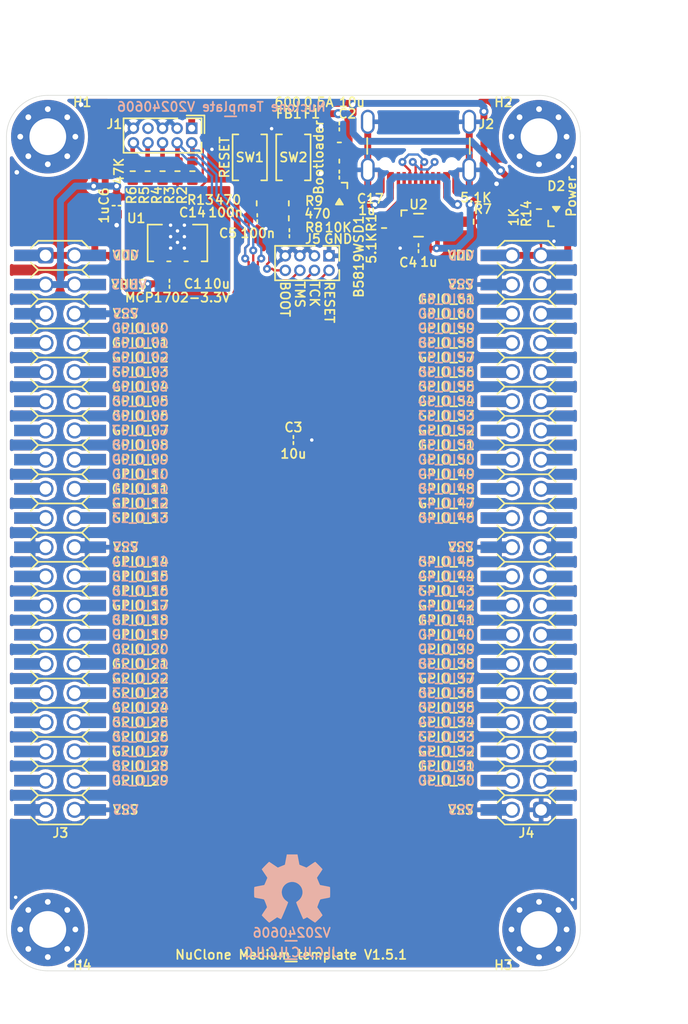
<source format=kicad_pcb>
(kicad_pcb (version 20240108) (generator "pcbnew") (generator_version "8.0")
  (layers (0 "F.Cu" mixed) (31 "B.Cu" mixed) (34 "B.Paste" user) (35 "F.Paste" user) (36 "B.SilkS" user "B.Silkscreen") (37 "F.SilkS" user "F.Silkscreen") (38 "B.Mask" user) (39 "F.Mask" user) (44 "Edge.Cuts" user))
  (net 0 "")
  (net 1 "/VBUS")
  (net 2 "Net-(F1-Pad2)")
  (net 3 "/VDD")
  (net 4 "/VSS")
  (net 5 "Net-(D2-A)")
  (net 6 "/GPIO_28")
  (net 7 "/GPIO_29")
  (net 8 "/GPIO_32")
  (net 9 "/GPIO_31")
  (net 10 "/GPIO_30")
  (net 11 "/GPIO_35")
  (net 12 "/GPIO_34")
  (net 13 "/GPIO_33")
  (net 14 "/TMS")
  (net 15 "/TCK")
  (net 16 "/TDO")
  (net 17 "/TDI")
  (net 18 "/RESET")
  (net 19 "Net-(R13-Pad2)")
  (net 21 "/BOOT")
  (net 22 "Net-(J2-CC1)")
  (net 24 "Net-(J2-CC2)")
  (net 26 "Net-(D1-K)")
  (net 27 "/GPIO_20")
  (net 28 "/GPIO_23")
  (net 29 "/GPIO_27")
  (net 30 "/GPIO_16")
  (net 31 "/GPIO_21")
  (net 32 "/GPIO_19")
  (net 33 "/GPIO_17")
  (net 34 "/GPIO_18")
  (net 35 "/GPIO_15")
  (net 36 "/GPIO_14")
  (net 37 "/GPIO_22")
  (net 38 "/GPIO_24")
  (net 39 "/GPIO_25")
  (net 40 "/GPIO_26")
  (net 41 "/GPIO_13")
  (net 42 "/GPIO_12")
  (net 43 "/GPIO_11")
  (net 44 "/GPIO_10")
  (net 45 "/GPIO_09")
  (net 46 "/GPIO_08")
  (net 47 "/GPIO_07")
  (net 48 "/GPIO_06")
  (net 49 "/GPIO_05")
  (net 50 "/GPIO_04")
  (net 51 "/GPIO_03")
  (net 52 "/GPIO_02")
  (net 53 "/GPIO_01")
  (net 54 "/GPIO_00")
  (net 55 "/GPIO_41")
  (net 56 "/GPIO_40")
  (net 57 "/GPIO_39")
  (net 58 "/GPIO_38")
  (net 59 "/GPIO_37")
  (net 60 "/GPIO_36")
  (net 61 "/GPIO_45")
  (net 62 "/GPIO_44")
  (net 63 "/GPIO_43")
  (net 64 "/GPIO_42")
  (net 65 "/GPIO_61")
  (net 66 "/GPIO_60")
  (net 67 "/GPIO_59")
  (net 68 "/GPIO_58")
  (net 69 "/GPIO_57")
  (net 70 "/GPIO_56")
  (net 71 "/GPIO_55")
  (net 72 "/GPIO_54")
  (net 73 "/GPIO_53")
  (net 74 "/GPIO_52")
  (net 75 "/GPIO_51")
  (net 76 "/GPIO_50")
  (net 77 "/GPIO_49")
  (net 78 "/GPIO_48")
  (net 79 "/GPIO_47")
  (net 80 "/GPIO_46")
  (net 81 "/DN")
  (net 84 "/DP")
  (net 85 "Net-(R9-Pad2)")
  (net 86 "Net-(D1-A)")
  (footprint "SquantorPcbOutline:MountingHole_3.2mm_M3_Pad_Via" (layer "F.Cu") (at 33.6 33.6)
    (property "Reference" "H1")
    (property "Value" "MountingHole")
  )
  (footprint "SquantorPcbOutline:MountingHole_3.2mm_M3_Pad_Via" (layer "F.Cu") (at 76.4 33.6)
    (property "Reference" "H2")
    (property "Value" "MountingHole")
  )
  (footprint "SquantorPcbOutline:MountingHole_3.2mm_M3_Pad_Via" (layer "F.Cu") (at 76.4 102.6)
    (property "Reference" "H3")
    (property "Value" "MountingHole")
  )
  (footprint "SquantorPcbOutline:MountingHole_3.2mm_M3_Pad_Via" (layer "F.Cu") (at 33.6 102.6)
    (property "Reference" "H4")
    (property "Value" "MountingHole")
  )
  (footprint "SquantorCapacitor:C_0603" (layer "F.Cu") (at 59 32.7)
    (property "Reference" "C2")
    (property "Value" "10u")
  )
  (footprint "SquantorFuse:F_0603_hand" (layer "F.Cu") (at 59 34.1 180)
    (property "Reference" "F1")
    (property "Value" "0.5A")
  )
  (footprint "SquantorInductor:L_0603" (layer "F.Cu") (at 59 35.5)
    (property "Reference" "FB1")
    (property "Value" "600")
  )
  (footprint "SquantorConnectors:Header-0127-2X05-H006" (layer "F.Cu") (at 43.6 33.5 180)
    (property "Reference" "J1")
    (property "Value" "JTAG_2X05")
  )
  (footprint "SquantorSwitches:TD-85XU" (layer "F.Cu") (at 51.2 35.4 -90)
    (property "Reference" "SW1")
    (property "Value" "RESET")
  )
  (footprint "SquantorResistor:R_0603_hand" (layer "F.Cu") (at 62.9 41.55 90)
    (property "Reference" "R1")
    (property "Value" "5.1K")
  )
  (footprint "SquantorUsb:USB-C-HRO-31-M-12_aisler" (layer "F.Cu") (at 65.9 37.4 180)
    (property "Reference" "J2")
    (property "Value" "TYPE-C-31-M-12")
  )
  (footprint "SquantorResistor:R_0603_hand" (layer "F.Cu") (at 44.9 36.6 -90)
    (property "Reference" "R3")
    (property "Value" "47K")
  )
  (footprint "SquantorResistor:R_0603_hand" (layer "F.Cu") (at 42.3 36.6 -90)
    (property "Reference" "R5")
    (property "Value" "47K")
  )
  (footprint "SquantorResistor:R_0603_hand" (layer "F.Cu") (at 41 36.6 -90)
    (property "Reference" "R6")
    (property "Value" "47K")
  )
  (footprint "SquantorLabels:Label_Generic" (layer "F.Cu") (at 54.8 104.7875)
    (property "Reference" "N4" (hide yes))
    (property "Value" "NuClone Medium template V1.5.1")
  )
  (footprint "SquantorCapacitor:C_0603" (layer "F.Cu") (at 51.85 40.7 180)
    (property "Reference" "C14")
    (property "Value" "100n")
  )
  (footprint "SquantorResistor:R_0603_hand" (layer "F.Cu") (at 51.8 39.4)
    (property "Reference" "R13")
    (property "Value" "470")
  )
  (footprint "SquantorDiodes:LED_0603_hand" (layer "F.Cu") (at 77.9 39.9 90)
    (property "Reference" "D2")
    (property "Value" "GREEN")
  )
  (footprint "SquantorResistor:R_0603_hand" (layer "F.Cu") (at 76.4 39.9 -90)
    (property "Reference" "R14")
    (property "Value" "1K")
  )
  (footprint "SquantorConnectorsNamed:nuclone_medium_right_stacked" (layer "F.Cu") (at 75.31 68.06 90)
    (property "Reference" "J4")
    (property "Value" "nuclone_medium_right")
  )
  (footprint "SquantorCapacitor:C_0603" (layer "F.Cu") (at 59 36.9)
    (property "Reference" "C17")
    (property "Value" "1u")
  )
  (footprint "SquantorResistor:R_0603_hand" (layer "F.Cu") (at 70.7 41 180)
    (property "Reference" "R7")
    (property "Value" "5.1K")
  )
  (footprint "SquantorResistor:R_0603_hand" (layer "F.Cu") (at 54.6 40.7)
    (property "Reference" "R8")
    (property "Value" "10K")
  )
  (footprint "SquantorSwitches:TD-85XU" (layer "F.Cu") (at 55 35.4 -90)
    (property "Reference" "SW2")
    (property "Value" "Bootloader")
  )
  (footprint "SquantorResistor:R_0603_hand" (layer "F.Cu") (at 46.2 36.6 -90)
    (property "Reference" "R2")
    (property "Value" "47K")
  )
  (footprint "SquantorResistor:R_0603_hand" (layer "F.Cu") (at 43.6 36.6 -90)
    (property "Reference" "R4")
    (property "Value" "47K")
  )
  (footprint "SquantorCapacitor:C_0603" (layer "F.Cu") (at 55 60)
    (property "Reference" "C3")
    (property "Value" "10u")
  )
  (footprint "SquantorConnectorsNamed:nuclone_medium_left_stacked" (layer "F.Cu") (at 34.67 68.06 -90)
    (property "Reference" "J3")
    (property "Value" "nuclone_medium_left")
  )
  (footprint "SquantorIC:SOT89-NXP" (layer "F.Cu") (at 44.9 43.2)
    (property "Reference" "U1")
    (property "Value" "MCP1702-3.3V")
  )
  (footprint "SquantorCapacitor:C_0603" (layer "F.Cu") (at 44.2 46.4 180)
    (property "Reference" "C1")
    (property "Value" "10u")
  )
  (footprint "SquantorDiodes:SOD-323-nexperia-hand" (layer "F.Cu") (at 59 39.3 -90)
    (property "Reference" "D1")
    (property "Value" "B5819WS")
  )
  (footprint "SquantorCapacitor:C_0603" (layer "F.Cu") (at 65.9 43.3 180)
    (property "Reference" "C4")
    (property "Value" "1u")
  )
  (footprint "SquantorIC:SOT363-ONsemi" (layer "F.Cu") (at 65.9 41.3)
    (property "Reference" "U2")
    (property "Value" "TPESD0504C6")
  )
  (footprint "SquantorCapacitor:C_0603" (layer "F.Cu") (at 54.65 42)
    (property "Reference" "C5")
    (property "Value" "100n")
  )
  (footprint "SquantorResistor:R_0603_hand" (layer "F.Cu") (at 54.6 39.4)
    (property "Reference" "R9")
    (property "Value" "470")
  )
  (footprint "SquantorCapacitor:C_0603" (layer "F.Cu") (at 39.6 39.6 90)
    (property "Reference" "C6")
    (property "Value" "1u")
  )
  (footprint "SquantorConnectors:Header-0127-2X04-H006" (layer "F.Cu") (at 56.2 44.6 180)
    (property "Reference" "J5")
    (property "Value" "Conn_02x06_Odd_Even")
  )
  (footprint "SquantorLabels:Label_Generic" (layer "B.Cu") (at 54.8 102.9875 180)
    (property "Reference" "N2" (hide yes))
    (property "Value" "V20240606")
  )
  (footprint "Symbol:OSHW-Symbol_6.7x6mm_SilkScreen" (layer "B.Cu") (at 54.9 99.05 180)
    (property "Reference" "N1" (hide yes))
    (property "Value" "OHWLOGO" (hide yes))
  )
  (footprint "SquantorLabels:Label_Generic" (layer "B.Cu") (at 54.8 104.5875 180)
    (property "Reference" "N3" (hide yes))
    (property "Value" "JLCJLCJLCJLC")
  )
  (footprint "SquantorLabels:Label_Generic" (layer "B.Cu") (at 49.529 31.23 180)
    (property "Reference" "N5" (hide yes))
    (property "Value" "Nuclone Template V20240606")
  )
  (gr_line (start 47.25 31.75) (end 45.7 31.75) (stroke (width 0.15)) (layer "F.SilkS"))
  (gr_line (start 47.25 31.75) (end 47.25 33.3) (stroke (width 0.15)) (layer "F.SilkS"))
  (gr_line (start 80 33.6) (end 80 102.6) (stroke (width 0.05)) (layer "Edge.Cuts"))
  (gr_arc (start 30 33.6) (mid 31.054416 31.054416) (end 33.6 30) (stroke (width 0.05)) (layer "Edge.Cuts"))
  (gr_line (start 76.4 30) (end 33.6 30) (stroke (width 0.05)) (layer "Edge.Cuts"))
  (gr_arc (start 80 102.6) (mid 78.945584 105.145584) (end 76.4 106.2) (stroke (width 0.05)) (layer "Edge.Cuts"))
  (gr_line (start 76.4 106.2) (end 33.6 106.2) (stroke (width 0.05)) (layer "Edge.Cuts"))
  (gr_line (start 30 33.6) (end 30 102.6) (stroke (width 0.05)) (layer "Edge.Cuts"))
  (gr_arc (start 33.6 106.2) (mid 31.054416 105.145584) (end 30 102.6) (stroke (width 0.05)) (layer "Edge.Cuts"))
  (gr_arc (start 76.4 30) (mid 78.945584 31.054416) (end 80 33.6) (stroke (width 0.05)) (layer "Edge.Cuts"))
  (gr_text "GND" (at 58.9 42.5 0) (layer "F.SilkS") (effects (font (size 0.8 0.8) (thickness 0.15) (bold yes))))
  (gr_text "Power" (at 79.2 38.8 90) (layer "F.SilkS") (effects (font (size 0.8 0.8) (thickness 0.15) (bold yes))))
  (gr_text "RESET\nTCK\nTMS\nBOOT" (at 53.8 46.1 270) (layer "F.SilkS") (effects (font (size 0.8 0.8) (thickness 0.15) (bold yes)) (justify left bottom)))
  (segment (start 60.1 30.7) (end 60.2 30.8) (width 0.6) (layer "F.Cu") (net 1))
  (segment (start 44.9 41.8) (end 44.9 41.9) (width 0.6) (layer "F.Cu") (net 1))
  (segment (start 39.6 30.7) (end 60.1 30.7) (width 0.6) (layer "F.Cu") (net 1))
  (segment (start 44.9 42.8) (end 44.9 42.6) (width 0.6) (layer "F.Cu") (net 1))
  (segment (start 70.4 39.5) (end 71.6 38.3) (width 0.6) (layer "F.Cu") (net 1))
  (segment (start 44.3 41.3) (end 44.8 41.8) (width 0.6) (layer "F.Cu") (net 1))
  (segment (start 37.7 37.8) (end 37.7 32.6) (width 0.6) (layer "F.Cu") (net 1))
  (segment (start 37.7 32.6) (end 39.6 30.7) (width 0.6) (layer "F.Cu") (net 1))
  (segment (start 67.466774 43.3) (end 66.65 43.3) (width 0.4) (layer "F.Cu") (net 1))
  (segment (start 44.3 42.3) (end 44.9 42.8) (width 0.6) (layer "F.Cu") (net 1))
  (segment (start 71.6 38.3) (end 71.6 31.4) (width 0.6) (layer "F.Cu") (net 1))
  (segment (start 60.2 31.6) (end 59.75 32.05) (width 0.6) (layer "F.Cu") (net 1))
  (segment (start 44.8 41.8) (end 44.9 41.8) (width 0.6) (layer "F.Cu") (net 1))
  (segment (start 44.9 41.9) (end 44.9 41.9) (width 0.6) (layer "F.Cu") (net 1))
  (segment (start 59.75 32.05) (end 59.75 32.7) (width 0.6) (layer "F.Cu") (net 1))
  (segment (start 67.477735 43.310961) (end 67.55 43.238696) (width 0.4) (layer "F.Cu") (net 1))
  (segment (start 44.75 38.85) (end 44.9 39) (width 0.6) (layer "F.Cu") (net 1))
  (segment (start 39.6 38.85) (end 44.75 38.85) (width 0.6) (layer "F.Cu") (net 1))
  (segment (start 67.55 41.4) (end 67.45 41.3) (width 0.4) (layer "F.Cu") (net 1))
  (segment (start 59.75 32.7) (end 59.75 34.1) (width 0.6) (layer "F.Cu") (net 1))
  (segment (start 44.9 39) (end 44.9 41.8) (width 0.6) (layer "F.Cu") (net 1))
  (segment (start 67.477735 43.310961) (end 67.466774 43.3) (width 0.4) (layer "F.Cu") (net 1))
  (segment (start 44.9 41.9) (end 44.3 42.3) (width 0.6) (layer "F.Cu") (net 1))
  (segment (start 67.55 43.238696) (end 67.55 41.4) (width 0.4) (layer "F.Cu") (net 1))
  (segment (start 37.6 37.9) (end 37.7 37.8) (width 0.6) (layer "F.Cu") (net 1))
  (segment (start 60.2 30.8) (end 60.2 31.6) (width 0.6) (layer "F.Cu") (net 1))
  (segment (start 39.6 37.9) (end 39.6 38.85) (width 0.6) (layer "F.Cu") (net 1))
  (segment (start 67.45 41.3) (end 66.82 41.3) (width 0.4) (layer "F.Cu") (net 1))
  (via (at 67.477735 43.310961) (size 0.7) (drill 0.3) (layers "F.Cu" "B.Cu") (net 1))
  (via (at 44.9 41.8) (size 0.7) (drill 0.3) (layers "F.Cu" "B.Cu") (net 1))
  (via (at 44.9 42.8) (size 0.7) (drill 0.3) (layers "F.Cu" "B.Cu") (net 1))
  (via (at 71.6 31.4) (size 0.8) (drill 0.4) (layers "F.Cu" "B.Cu") (net 1))
  (via (at 44.3 41.3) (size 0.7) (drill 0.3) (layers "F.Cu" "B.Cu") (net 1))
  (via (at 60.2 30.8) (size 0.8) (drill 0.4) (layers "F.Cu" "B.Cu") (net 1))
  (via (at 45.5 42.3) (size 0.7) (drill 0.3) (layers "F.Cu" "B.Cu") (net 1))
  (via (at 37.6 37.9) (size 0.8) (drill 0.4) (layers "F.Cu" "B.Cu") (net 1))
  (via (at 45.5 43.3) (size 0.7) (drill 0.3) (layers "F.Cu" "B.Cu") (net 1))
  (via (at 44.3 43.3) (size 0.7) (drill 0.3) (layers "F.Cu" "B.Cu") (net 1))
  (via (at 39.6 37.9) (size 0.8) (drill 0.4) (layers "F.Cu" "B.Cu") (net 1))
  (via (at 45.5 41.3) (size 0.7) (drill 0.3) (layers "F.Cu" "B.Cu") (net 1))
  (via (at 70.4 39.5) (size 0.8) (drill 0.4) (layers "F.Cu" "B.Cu") (net 1))
  (via (at 44.3 42.3) (size 0.7) (drill 0.3) (layers "F.Cu" "B.Cu") (net 1))
  (segment (start 37.6 37.9) (end 36 37.9) (width 0.6) (layer "B.Cu") (net 1))
  (segment (start 36 37.9) (end 34.7 39.2) (width 0.6) (layer "B.Cu") (net 1))
  (segment (start 34.7 46.47) (end 35.94 46.47) (width 0.6) (layer "B.Cu") (net 1))
  (segment (start 33.4 46.47) (end 34.7 46.47) (width 0.6) (layer "B.Cu") (net 1))
  (segment (start 37.6 37.9) (end 39.6 37.9) (width 0.6) (layer "B.Cu") (net 1))
  (segment (start 60.2 30.8) (end 60.3 30.7) (width 0.6) (layer "B.Cu") (net 1))
  (segment (start 34.7 39.2) (end 34.7 46.47) (width 0.6) (layer "B.Cu") (net 1))
  (segment (start 60.3 30.7) (end 71.3 30.7) (width 0.6) (layer "B.Cu") (net 1))
  (segment (start 70.4 39.5) (end 70.4 42.2) (width 0.6) (layer "B.Cu") (net 1))
  (segment (start 70.4 42.2) (end 69.289039 43.310961) (width 0.6) (layer "B.Cu") (net 1))
  (segment (start 69.289039 43.310961) (end 67.477735 43.310961) (width 0.6) (layer "B.Cu") (net 1))
  (segment (start 71.3 30.7) (end 71.6 31) (width 0.6) (layer "B.Cu") (net 1))
  (segment (start 71.6 31) (end 71.6 31.4) (width 0.6) (layer "B.Cu") (net 1))
  (segment (start 36.93 46.47) (end 35.94 46.47) (width 0.6) (layer "B.Cu") (net 1))
  (segment (start 37 46.4) (end 36.93 46.47) (width 0.6) (layer "B.Cu") (net 1))
  (segment (start 58.25 35.5) (end 58.25 34.1) (width 0.6) (layer "F.Cu") (net 2))
  (segment (start 38.8 37.1) (end 40.1 37.1) (width 0.2) (layer "F.Cu") (net 3))
  (segment (start 46.4 45.8) (end 45.8 46.4) (width 0.6) (layer "F.Cu") (net 3))
  (segment (start 46.75 37.45) (end 47.1 37.1) (width 0.2) (layer "F.Cu") (net 3))
  (segment (start 46.2 37.45) (end 46.75 37.45) (width 0.2) (layer "F.Cu") (net 3))
  (segment (start 76.58 42.98) (end 76.58 43.93) (width 0.2) (layer "F.Cu") (net 3))
  (segment (start 49 47.4) (end 54.25 52.65) (width 0.6) (layer "F.Cu") (net 3))
  (segment (start 46.4 44.95) (end 46.4 45.8) (width 0.6) (layer "F.Cu") (net 3))
  (segment (start 44.9 47.4) (end 49 47.4) (width 0.6) (layer "F.Cu") (net 3))
  (segment (start 54.25 52.65) (end 54.25 60) (width 0.6) (layer "F.Cu") (net 3))
  (segment (start 46.14 32.865) (end 46.14 31.64) (width 0.6) (layer "F.Cu") (net 3))
  (segment (start 47.1 31.6) (end 46.1 31.6) (width 0.6) (layer "F.Cu") (net 3))
  (segment (start 76.58 43.93) (end 74.04 43.93) (width 0.6) (layer "F.Cu") (net 3))
  (segment (start 38.6 33) (end 40 31.6) (width 0.6) (layer "F.Cu") (net 3))
  (segment (start 38.6 36.9) (end 38.6 33) (width 0.6) (layer "F.Cu") (net 3))
  (segment (start 56.4 31.6) (end 56.4 40.4) (width 0.6) (layer "F.Cu") (net 3))
  (segment (start 40 31.6) (end 46.1 31.6) (width 0.6) (layer "F.Cu") (net 3))
  (segment (start 78.87 43.93) (end 78.9 43.9) (width 0.6) (layer "F.Cu") (net 3))
  (segment (start 39.7 46) (end 39.7 44.7) (width 0.6) (layer "F.Cu") (net 3))
  (segment (start 42.3 37.45) (end 41 37.45) (width 0.2) (layer "F.Cu") (net 3))
  (segment (start 40.1 37.1) (end 40.45 37.45) (width 0.2) (layer "F.Cu") (net 3))
  (segment (start 38.6 36.9) (end 38.8 37.1) (width 0.2) (layer "F.Cu") (net 3))
  (segment (start 41.1 47.4) (end 39.7 46) (width 0.6) (layer "F.Cu") (net 3))
  (segment (start 77.66 43.93) (end 78.87 43.93) (width 0.6) (layer "F.Cu") (net 3))
  (segment (start 58.9 31.6) (end 57 31.6) (width 0.6) (layer "F.Cu") (net 3))
  (segment (start 46.14 31.64) (end 46.1 31.6) (width 0.6) (layer "F.Cu") (net 3))
  (segment (start 40.45 37.45) (end 41 37.45) (width 0.2) (layer "F.Cu") (net 3))
  (segment (start 37.7 39.3) (end 37.7 43.93) (width 0.6) (layer "F.Cu") (net 3))
  (segment (start 38.6 36.9) (end 38.6 38.4) (width 0.6) (layer "F.Cu") (net 3))
  (segment (start 74.4 37.9) (end 73.05 36.55) (width 0.6) (layer "F.Cu") (net 3))
  (segment (start 76.4 40.75) (end 76.4 42.8) (width 0.2) (layer "F.Cu") (net 3))
  (segment (start 76.4 42.8) (end 76.58 42.98) (width 0.2) (layer "F.Cu") (net 3))
  (segment (start 78.9 43.9) (end 78.9 42.8) (width 0.6) (layer "F.Cu") (net 3))
  (segment (start 79.1 38.2) (end 78.8 37.9) (width 0.6) (layer "F.Cu") (net 3))
  (segment (start 44.9 47.4) (end 41.1 47.4) (width 0.6) (layer "F.Cu") (net 3))
  (segment (start 43.6 37.45) (end 42.3 37.45) (width 0.2) (layer "F.Cu") (net 3))
  (segment (start 44.95 47.35) (end 44.9 47.4) (width 0.6) (layer "F.Cu") (net 3))
  (segment (start 38.93 43.93) (end 37.02 43.93) (width 0.6) (layer "F.Cu") (net 3))
  (segment (start 78.8 37.9) (end 74.4 37.9) (width 0.6) (layer "F.Cu") (net 3))
  (segment (start 56.4 40.4) (end 56.1 40.7) (width 0.6) (layer "F.Cu") (net 3))
  (segment (start 56.1 40.7) (end 55.45 40.7) (width 0.6) (layer "F.Cu") (net 3))
  (segment (start 78.9 42.8) (end 79.1 42.6) (width 0.6) (layer "F.Cu") (net 3))
  (segment (start 44.95 46.4) (end 44.95 47.35) (width 0.6) (layer "F.Cu") (net 3))
  (segment (start 57 31.6) (end 47.1 31.6) (width 0.6) (layer "F.Cu") (net 3))
  (segment (start 32.32 43.93) (end 35.94 43.93) (width 0.6) (layer "F.Cu") (net 3))
  (segment (start 47.1 37.1) (end 47.1 31.6) (width 0.2) (layer "F.Cu") (net 3))
  (segment (start 45.8 46.4) (end 44.95 46.4) (width 0.6) (layer "F.Cu") (net 3))
  (segment (start 38.6 38.4) (end 37.7 39.3) (width 0.6) (layer "F.Cu") (net 3))
  (segment (start 39.7 44.7) (end 38.93 43.93) (width 0.6) (layer "F.Cu") (net 3))
  (segment (start 79.1 42.6) (end 79.1 38.2) (width 0.6) (layer "F.Cu") (net 3))
  (segment (start 37.7 43.93) (end 37.02 43.93) (width 0.6) (layer "F.Cu") (net 3))
  (via (at 73.05 36.55) (size 0.8) (drill 0.4) (layers "F.Cu" "B.Cu") (net 3))
  (via (at 58.9 31.6) (size 0.8) (drill 0.4) (layers "F.Cu" "B.Cu") (net 3))
  (segment (start 59.7 31.6) (end 58.9 31.6) (width 0.6) (layer "B.Cu") (net 3))
  (segment (start 73.05 36.55) (end 70.5 34) (width 0.6) (layer "B.Cu") (net 3))
  (segment (start 60.2 32.1) (end 59.7 31.6) (width 0.6) (layer "B.Cu") (net 3))
  (segment (start 60.2 33.3) (end 60.2 32.1) (width 0.6) (layer "B.Cu") (net 3))
  (segment (start 60.9 34) (end 60.2 33.3) (width 0.6) (layer "B.Cu") (net 3))
  (segment (start 70.5 34) (end 60.9 34) (width 0.6) (layer "B.Cu") (net 3))
  (segment (start 62.5 38.5) (end 61.6 38.5) (width 0.6) (layer "F.Cu") (net 4))
  (segment (start 58.15 36.8) (end 58.25 36.9) (width 0.6) (layer "F.Cu") (net 4))
  (segment (start 54.6 32.9) (end 53.1 32.9) (width 0.4) (layer "F.Cu") (net 4))
  (segment (start 57.4 32.7) (end 58.25 32.7) (width 0.6) (layer "F.Cu") (net 4))
  (segment (start 64.3 43.3) (end 65.15 43.3) (width 0.4) (layer "F.Cu") (net 4))
  (segment (start 62.65 37.4) (end 62.65 38.35) (width 0.6) (layer "F.Cu") (net 4))
  (segment (start 70.1 38.5) (end 70.32 38.28) (width 0.6) (layer "F.Cu") (net 4))
  (segment (start 39.6 40.35) (end 39.6 41.3) (width 0.2) (layer "F.Cu") (net 4))
  (segment (start 69.3 38.5) (end 70.1 38.5) (width 0.6) (layer "F.Cu") (net 4))
  (segment (start 64.25 41.55) (end 64.5 41.3) (width 0.4) (layer "F.Cu") (net 4))
  (segment (start 47.9 37) (end 47.9 34.7) (width 0.2) (layer "F.Cu") (net 4))
  (segment (start 52.6 41.6) (end 52.6 40.7) (width 0.2) (layer "F.Cu") (net 4))
  (segment (start 64.3 43.3) (end 64.25 43.25) (width 0.4) (layer "F.Cu") (net 4))
  (segment (start 62.65 38.35) (end 62.5 38.5) (width 0.6) (layer "F.Cu") (net 4))
  (segment (start 69.15 38.35) (end 69.3 38.5) (width 0.6) (layer "F.Cu") (net 4))
  (segment (start 64.5 41.3) (end 64.98 41.3) (width 0.4) (layer "F.Cu") (net 4))
  (segment (start 43.4 44.95) (end 43.4 46.35) (width 0.6) (layer "F.Cu") (net 4))
  (segment (start 61.6 38.5) (end 61.48 38.38) (width 0.6) (layer "F.Cu") (net 4))
  (segment (start 44.9 37.9) (end 45.1 38.1) (width 0.2) (layer "F.Cu") (net 4))
  (segment (start 45.1 38.1) (end 46.8 38.1) (width 0.2) (layer "F.Cu") (net 4))
  (segment (start 57.4 36.8) (end 58.15 36.8) (width 0.6) (layer "F.Cu") (net 4))
  (segment (start 70.32 32.305) (end 70.32 36.485) (width 0.6) (layer "F.Cu") (net 4))
  (segment (start 51.2 32.9) (end 53.1 32.9) (width 0.4) (layer "F.Cu") (net 4))
  (segment (start 70.32 38.28) (end 70.32 36.485) (width 0.6) (layer "F.Cu") (net 4))
  (segment (start 64.25 43.25) (end 64.25 41.55) (width 0.4) (layer "F.Cu") (net 4))
  (segment (start 61.48 32.305) (end 61.48 36.485) (width 0.6) (layer "F.Cu") (net 4))
  (segment (start 44.9 37.45) (end 44.9 37.9) (width 0.2) (layer "F.Cu") (net 4))
  (segment (start 46.8 38.1) (end 47.9 37) (width 0.2) (layer "F.Cu") (net 4))
  (segment (start 43.4 46.35) (end 43.45 46.4) (width 0.6) (layer "F.Cu") (net 4))
  (segment (start 61.48 38.38) (end 61.48 36.485) (width 0.6) (layer "F.Cu") (net 4))
  (segment (start 69.15 37.4) (end 69.15 38.35) (width 0.6) (layer "F.Cu") (net 4))
  (segment (start 42.3 46.4) (end 43.45 46.4) (width 0.6) (layer "F.Cu") (net 4))
  (via (at 73.8 105.5) (size 0.7) (drill 0.3) (layers "F.Cu" "B.Cu") (net 4))
  (via (at 53.1 32.9) (size 0.7) (drill 0.3) (layers "F.Cu" "B.Cu") (net 4))
  (via (at 73.8 30.7) (size 0.7) (drill 0.3) (layers "F.Cu" "B.Cu") (net 4))
  (via (at 72.7 37.7) (size 0.8) (drill 0.4) (layers "F.Cu" "B.Cu") (net 4))
  (via (at 30.9 36.7) (size 0.8) (drill 0.4) (layers "F.Cu" "B.Cu") (net 4))
  (via (at 77.7 42.7) (size 0.7) (drill 0.3) (layers "F.Cu" "B.Cu") (net 4))
  (via (at 39.6 41.3) (size 0.8) (drill 0.4) (layers "F.Cu" "B.Cu") (net 4))
  (via (at 30.8 99.8) (size 0.7) (drill 0.3) (layers "F.Cu" "B.Cu") (net 4))
  (via (at 64.3 43.3) (size 0.7) (drill 0.3) (layers "F.Cu" "B.Cu") (net 4))
  (via (at 56.6 60) (size 0.7) (drill 0.3) (layers "F.Cu" "B.Cu") (net 4))
  (via (at 57.4 32.7) (size 0.8) (drill 0.4) (layers "F.Cu" "B.Cu") (net 4))
  (via (at 36.5 30.8) (size 0.8) (drill 0.4) (layers "F.Cu" "B.Cu") (net 4))
  (via (at 79.3 100) (size 0.7) (drill 0.3) (layers "F.Cu" "B.Cu") (net 4))
  (via (at 79.3 36.2) (size 0.7) (drill 0.3) (layers "F.Cu" "B.Cu") (net 4))
  (via (at 47.9 34.7) (size 0.7) (drill 0.3) (layers "F.Cu" "B.Cu") (net 4))
  (via (at 52.6 41.6) (size 0.7) (drill 0.3) (layers "F.Cu" "B.Cu") (net 4))
  (via (at 57.4 36.8) (size 0.8) (drill 0.4) (layers "F.Cu" "B.Cu") (net 4))
  (via (at 36.4 105.4) (size 0.7) (drill 0.3) (layers "F.Cu" "B.Cu") (net 4))
  (via (at 42.3 46.4) (size 0.7) (drill 0.3) (layers "F.Cu" "B.Cu") (net 4))
  (segment (start 42.3 48.4) (end 42.3 46.4) (width 0.6) (layer "B.Cu") (net 4))
  (segment (start 41.69 49.01) (end 42.3 48.4) (width 0.6) (layer "B.Cu") (net 4))
  (segment (start 35.94 49.01) (end 41.69 49.01) (width 0.6) (layer "B.Cu") (net 4))
  (segment (start 76.4 39.05) (end 77.9 39.05) (width 0.2) (layer "F.Cu") (net 5))
  (segment (start 55.565 45.235) (end 54.7 46.1) (width 0.2) (layer "F.Cu") (net 14))
  (segment (start 46.2 34.195) (end 46.14 34.135) (width 0.4) (layer "F.Cu") (net 14))
  (segment (start 52.5 46.1) (end 51.9 45.5) (width 0.2) (layer "F.Cu") (net 14))
  (segment (start 54.7 46.1) (end 52.5 46.1) (width 0.2) (layer "F.Cu") (net 14))
  (segment (start 51.9 45.5) (end 51.9 44.5) (width 0.2) (layer "F.Cu") (net 14))
  (segment (start 51.9 44.5) (end 52.2 44.2) (width 0.2) (layer "F.Cu") (net 14))
  (segment (start 46.2 35.75) (end 46.2 34.195) (width 0.4) (layer "F.Cu") (net 14))
  (via (at 52.2 44.2) (size 0.7) (drill 0.3) (layers "F.Cu" "B.Cu") (net 14))
  (segment (start 48.7 36.734314) (end 46.765685 34.8) (width 0.2) (layer "B.Cu") (net 14))
  (segment (start 51.9 42.980761) (end 51.9 41.734314) (width 0.2) (layer "B.Cu") (net 14))
  (segment (start 46.765685 34.8) (end 46.14 34.8) (width 0.2) (layer "B.Cu") (net 14))
  (segment (start 52.2 44.2) (end 52.2 43.280761) (width 0.2) (layer "B.Cu") (net 14))
  (segment (start 51.9 41.734314) (end 48.7 38.534314) (width 0.2) (layer "B.Cu") (net 14))
  (segment (start 48.7 38.534314) (end 48.7 36.734314) (width 0.2) (layer "B.Cu") (net 14))
  (segment (start 52.2 43.280761) (end 51.9 42.980761) (width 0.2) (layer "B.Cu") (net 14))
  (segment (start 46.14 34.8) (end 46.14 34.135) (width 0.2) (layer "B.Cu") (net 14))
  (segment (start 44.9 35.75) (end 44.9 34.165) (width 0.4) (layer "F.Cu") (net 15))
  (segment (start 44.9 34.165) (end 44.87 34.135) (width 0.4) (layer "F.Cu") (net 15))
  (segment (start 51.5 45.665685) (end 51.5 43.5) (width 0.2) (layer "F.Cu") (net 15))
  (segment (start 55.57 46.5) (end 52.334315 46.5) (width 0.2) (layer "F.Cu") (net 15))
  (segment (start 52.334315 46.5) (end 51.5 45.665685) (width 0.2) (layer "F.Cu") (net 15))
  (segment (start 56.835 45.235) (end 55.57 46.5) (width 0.2) (layer "F.Cu") (net 15))
  (via (at 51.5 43.5) (size 0.7) (drill 0.3) (layers "F.Cu" "B.Cu") (net 15))
  (segment (start 46.6 35.2) (end 45.935 35.2) (width 0.2) (layer "B.Cu") (net 15))
  (segment (start 51.5 43.5) (end 51.5 41.9) (width 0.2) (layer "B.Cu") (net 15))
  (segment (start 51.5 41.9) (end 48.3 38.7) (width 0.2) (layer "B.Cu") (net 15))
  (segment (start 48.3 38.7) (end 48.3 36.9) (width 0.2) (layer "B.Cu") (net 15))
  (segment (start 48.3 36.9) (end 46.6 35.2) (width 0.2) (layer "B.Cu") (net 15))
  (segment (start 45.935 35.2) (end 44.87 34.135) (width 0.2) (layer "B.Cu") (net 15))
  (segment (start 43.6 35.75) (end 43.6 34.135) (width 0.4) (layer "F.Cu") (net 16))
  (segment (start 42.3 34.165) (end 42.33 34.135) (width 0.4) (layer "F.Cu") (net 17))
  (segment (start 42.3 35.75) (end 42.3 34.165) (width 0.4) (layer "F.Cu") (net 17))
  (segment (start 51.1 42.980761) (end 51.1 40.7) (width 0.2) (layer "F.Cu") (net 18))
  (segment (start 56.44 46.9) (end 52.1 46.9) (width 0.2) (layer "F.Cu") (net 18))
  (segment (start 52.1 46.9) (end 51.1 45.9) (width 0.2) (layer "F.Cu") (net 18))
  (segment (start 41 35.75) (end 41 34.195) (width 0.4) (layer "F.Cu") (net 18))
  (segment (start 51.1 44.5) (end 50.8 44.2) (width 0.2) (layer "F.Cu") (net 18))
  (segment (start 50.95 39.4) (end 50.95 40.55) (width 0.2) (layer "F.Cu") (net 18))
  (segment (start 51.1 45.9) (end 51.1 44.5) (width 0.2) (layer "F.Cu") (net 18))
  (segment (start 50.8 43.280761) (end 51.1 42.980761) (width 0.2) (layer "F.Cu") (net 18))
  (segment (start 41 34.195) (end 41.06 34.135) (width 0.4) (layer "F.Cu") (net 18))
  (segment (start 58.105 45.235) (end 56.44 46.9) (width 0.2) (layer "F.Cu") (net 18))
  (segment (start 50.95 40.55) (end 51.1 40.7) (width 0.2) (layer "F.Cu") (net 18))
  (segment (start 50.8 44.2) (end 50.8 43.280761) (width 0.2) (layer "F.Cu") (net 18))
  (via (at 50.8 44.2) (size 0.7) (drill 0.3) (layers "F.Cu" "B.Cu") (net 18))
  (segment (start 45.769314 35.6) (end 45.104314 34.935) (width 0.2) (layer "B.Cu") (net 18))
  (segment (start 50.8 43.280761) (end 51.1 42.980761) (width 0.2) (layer "B.Cu") (net 18))
  (segment (start 50.8 44.2) (end 50.8 43.280761) (width 0.2) (layer "B.Cu") (net 18))
  (segment (start 45.104314 34.935) (end 41.86 34.935) (width 0.2) (layer "B.Cu") (net 18))
  (segment (start 41.86 34.935) (end 41.06 34.135) (width 0.2) (layer "B.Cu") (net 18))
  (segment (start 51.1 42.065685) (end 47.9 38.865685) (width 0.2) (layer "B.Cu") (net 18))
  (segment (start 46.434314 35.6) (end 45.769314 35.6) (width 0.2) (layer "B.Cu") (net 18))
  (segment (start 47.9 38.865685) (end 47.9 37.065686) (width 0.2) (layer "B.Cu") (net 18))
  (segment (start 47.9 37.065686) (end 46.434314 35.6) (width 0.2) (layer "B.Cu") (net 18))
  (segment (start 51.1 42.980761) (end 51.1 42.065685) (width 0.2) (layer "B.Cu") (net 18))
  (segment (start 51.2 37.9) (end 52.1 37.9) (width 0.2) (layer "F.Cu") (net 19))
  (segment (start 52.65 38.45) (end 52.65 39.4) (width 0.2) (layer "F.Cu") (net 19))
  (segment (start 52.1 37.9) (end 52.65 38.45) (width 0.2) (layer "F.Cu") (net 19))
  (segment (start 52.7 44.7) (end 52.7 45.1) (width 0.2) (layer "F.Cu") (net 21))
  (segment (start 52.9 43.7) (end 52.9 44.5) (width 0.2) (layer "F.Cu") (net 21))
  (segment (start 53.17 45.1) (end 53.305 45.235) (width 0.2) (layer "F.Cu") (net 21))
  (segment (start 53.305 45.235) (end 54.295 45.235) (width 0.2) (layer "F.Cu") (net 21))
  (segment (start 52.7 45.1) (end 53.17 45.1) (width 0.2) (layer "F.Cu") (net 21))
  (segment (start 53.75 40.7) (end 53.75 41.85) (width 0.2) (layer "F.Cu") (net 21))
  (segment (start 53.9 42) (end 53.9 42.7) (width 0.2) (layer "F.Cu") (net 21))
  (segment (start 53.75 41.85) (end 53.9 42) (width 0.2) (layer "F.Cu") (net 21))
  (segment (start 53.75 39.4) (end 53.75 40.7) (width 0.2) (layer "F.Cu") (net 21))
  (segment (start 52.9 44.5) (end 52.7 44.7) (width 0.2) (layer "F.Cu") (net 21))
  (segment (start 53.9 42.7) (end 52.9 43.7) (width 0.2) (layer "F.Cu") (net 21))
  (via (at 52.7 45.1) (size 0.7) (drill 0.3) (layers "F.Cu" "B.Cu") (net 21))
  (segment (start 69.4 41) (end 69.85 41) (width 0.2) (layer "F.Cu") (net 22))
  (segment (start 67.15 37.4) (end 67.15 38.75) (width 0.2) (layer "F.Cu") (net 22))
  (segment (start 67.15 38.75) (end 69.4 41) (width 0.2) (layer "F.Cu") (net 22))
  (segment (start 62.9 40.4) (end 62.9 40.7) (width 0.2) (layer "F.Cu") (net 24))
  (segment (start 64.15 37.4) (end 64.15 39.15) (width 0.2) (layer "F.Cu") (net 24))
  (segment (start 64.15 37.4) (end 64.1 37.45) (width 0.2) (layer "F.Cu") (net 24))
  (segment (start 64.15 39.15) (end 62.9 40.4) (width 0.2) (layer "F.Cu") (net 24))
  (segment (start 59.75 36.9) (end 59.75 35.5) (width 0.6) (layer "F.Cu") (net 26))
  (segment (start 59.45 38.25) (end 59 38.25) (width 0.6) (layer "F.Cu") (net 26))
  (segment (start 59.75 37.95) (end 59.45 38.25) (width 0.6) (layer "F.Cu") (net 26))
  (segment (start 59.75 36.9) (end 59.75 37.95) (width 0.6) (layer "F.Cu") (net 26))
  (segment (start 65.65 37.4) (end 65.65 36.05) (width 0.2) (layer "F.Cu") (net 81))
  (segment (start 65.5 40.55) (end 65.4 40.65) (width 0.2) (layer "F.Cu") (net 81))
  (segment (start 65.65 36.05) (end 65.4 35.8) (width 0.2) (layer "F.Cu") (net 81))
  (segment (start 67.299503 35.900497) (end 66.65 36.55) (width 0.2) (layer "F.Cu") (net 81))
  (segment (start 67.299503 35.8) (end 67.299503 35.900497) (width 0.2) (layer "F.Cu") (net 81))
  (segment (start 65.4 40.65) (end 64.98 40.65) (width 0.2) (layer "F.Cu") (net 81))
  (segment (start 65.65 38.25) (end 65.5 38.4) (width 0.2) (layer "F.Cu") (net 81))
  (segment (start 66.65 36.55) (end 66.65 37.4) (width 0.2) (layer "F.Cu") (net 81))
  (segment (start 65.5 38.4) (end 65.5 40.55) (width 0.2) (layer "F.Cu") (net 81))
  (segment (start 65.65 37.4) (end 65.65 38.25) (width 0.2) (layer "F.Cu") (net 81))
  (via (at 65.4 35.8) (size 0.7) (drill 0.3) (layers "F.Cu" "B.Cu") (net 81))
  (via (at 67.299503 35.8) (size 0.7) (drill 0.3) (layers "F.Cu" "B.Cu") (net 81))
  (segment (start 66.75 36.45) (end 67.299503 35.900497) (width 0.2) (layer "B.Cu") (net 81))
  (segment (start 67.299503 35.900497) (end 67.299503 35.8) (width 0.2) (layer "B.Cu") (net 81))
  (segment (start 65.4 35.8) (end 66.05 36.45) (width 0.2) (layer "B.Cu") (net 81))
  (segment (start 66.05 36.45) (end 66.75 36.45) (width 0.2) (layer "B.Cu") (net 81))
  (segment (start 64.500497 35.900497) (end 65.15 36.55) (width 0.2) (layer "F.Cu") (net 84))
  (segment (start 66.3 40.55) (end 66.4 40.65) (width 0.2) (layer "F.Cu") (net 84))
  (segment (start 66.3 38.4) (end 66.3 40.55) (width 0.2) (layer "F.Cu") (net 84))
  (segment (start 66.4 40.65) (end 66.82 40.65) (width 0.2) (layer "F.Cu") (net 84))
  (segment (start 66.15 38.25) (end 66.3 38.4) (width 0.2) (layer "F.Cu") (net 84))
  (segment (start 66.15 37.4) (end 66.15 38.25) (width 0.2) (layer "F.Cu") (net 84))
  (segment (start 66.15 37.4) (end 66.15 36.05) (width 0.2) (layer "F.Cu") (net 84))
  (segment (start 65.15 36.55) (end 65.15 37.4) (width 0.2) (layer "F.Cu") (net 84))
  (segment (start 65.15 37.4) (end 65.15 37.85) (width 0.2) (layer "F.Cu") (net 84))
  (segment (start 65.15 37.6) (end 65.15 37.85) (width 0.2) (layer "F.Cu") (net 84))
  (segment (start 66.15 36.05) (end 66.4 35.8) (width 0.2) (layer "F.Cu") (net 84))
  (segment (start 64.500497 35.8) (end 64.500497 35.900497) (width 0.2) (layer "F.Cu") (net 84))
  (via (at 64.500497 35.8) (size 0.7) (drill 0.3) (layers "F.Cu" "B.Cu") (net 84))
  (via (at 66.4 35.8) (size 0.7) (drill 0.3) (layers "F.Cu" "B.Cu") (net 84))
  (segment (start 64.500497 35.694693) (end 65.04519 35.15) (width 0.2) (layer "B.Cu") (net 84))
  (segment (start 64.500497 35.8) (end 64.500497 35.694693) (width 0.2) (layer "B.Cu") (net 84))
  (segment (start 65.85 35.15) (end 66.4 35.7) (width 0.2) (layer "B.Cu") (net 84))
  (segment (start 66.4 35.7) (end 66.4 35.8) (width 0.2) (layer "B.Cu") (net 84))
  (segment (start 65.04519 35.15) (end 65.85 35.15) (width 0.2) (layer "B.Cu") (net 84))
  (segment (start 55.4 37.9) (end 55.45 37.95) (width 0.2) (layer "F.Cu") (net 85))
  (segment (start 55 37.9) (end 55.4 37.9) (width 0.2) (layer "F.Cu") (net 85))
  (segment (start 55.45 37.95) (end 55.45 39.4) (width 0.2) (layer "F.Cu") (net 85))
  (segment (start 62.1 39.5) (end 62.9 39.5) (width 0.6) (layer "F.Cu") (net 86))
  (segment (start 62.1 39.5) (end 60.3 39.5) (width 0.6) (layer "F.Cu") (net 86))
  (segment (start 60.3 39.5) (end 59.45 40.35) (width 0.6) (layer "F.Cu") (net 86))
  (segment (start 68.35 38.85) (end 68.35 37.4) (width 0.6) (layer "F.Cu") (net 86))
  (segment (start 62.9 39.5) (end 63.45 38.95) (width 0.6) (layer "F.Cu") (net 86))
  (segment (start 59.45 40.35) (end 59 40.35) (width 0.6) (layer "F.Cu") (net 86))
  (segment (start 69 39.5) (end 68.35 38.85) (width 0.6) (layer "F.Cu") (net 86))
  (segment (start 69.3 39.5) (end 69 39.5) (width 0.6) (layer "F.Cu") (net 86))
  (segment (start 63.45 38.95) (end 63.45 37.4) (width 0.6) (layer "F.Cu") (net 86))
  (via (at 62.1 39.5) (size 0.8) (drill 0.4) (layers "F.Cu" "B.Cu") (net 86))
  (via (at 69.3 39.5) (size 0.8) (drill 0.4) (layers "F.Cu" "B.Cu") (net 86))
  (segment (start 63.4 37.5) (end 63.8 37.1) (width 0.6) (layer "B.Cu") (net 86))
  (segment (start 63.8 37.1) (end 68 37.1) (width 0.6) (layer "B.Cu") (net 86))
  (segment (start 63.4 39) (end 63.4 37.5) (width 0.6) (layer "B.Cu") (net 86))
  (segment (start 62.9 39.5) (end 63.4 39) (width 0.6) (layer "B.Cu") (net 86))
  (segment (start 62.1 39.5) (end 62.9 39.5) (width 0.6) (layer "B.Cu") (net 86))
  (segment (start 68 37.1) (end 68.4 37.5) (width 0.6) (layer "B.Cu") (net 86))
  (segment (start 68.4 38.9) (end 69 39.5) (width 0.6) (layer "B.Cu") (net 86))
  (segment (start 69 39.5) (end 69.3 39.5) (width 0.6) (layer "B.Cu") (net 86))
  (segment (start 68.4 37.5) (end 68.4 38.9) (width 0.6) (layer "B.Cu") (net 86))
  (zone (net 4) (net_name "/VSS") (layer "F.Cu") (connect_pads (clearance 0.3)) (min_thickness 0.3) (fill yes (thermal_gap 0.3) (thermal_bridge_width 0.4))
    (polygon (pts (xy 80 106.2) (xy 30 106.2) (xy 30 30) (xy 80 30)))
  )
  (zone (net 0) (net_name "") (layer "F.Cu") (connect_pads (clearance 0)) (min_thickness 0.254)
    (keepout (tracks allowed) (vias allowed) (pads allowed) (copperpour not_allowed) (footprints allowed))
    (fill (thermal_gap 0.508) (thermal_bridge_width 0.508))
    (polygon (pts (xy 71.1 38.5) (xy 60.7 38.5) (xy 60.7 29.7) (xy 71.1 29.7)))
  )
  (zone (net 1) (net_name "/VBUS") (layers "F&B.Cu") (priority 1) (connect_pads (clearance 0.3)) (min_thickness 0.2) (fill yes (thermal_gap 0.2) (thermal_bridge_width 0.4))
    (polygon (pts (xy 49.5 37.9) (xy 49.5 47.1) (xy 40.3 47.1) (xy 40.3 37.9)))
  )
  (zone (net 4) (net_name "/VSS") (layer "B.Cu") (connect_pads (clearance 0.3)) (min_thickness 0.3) (fill yes (thermal_gap 0.3) (thermal_bridge_width 0.4))
    (polygon (pts (xy 30 30) (xy 80 30) (xy 80 106.2) (xy 30 106.2)))
  )
)
</source>
